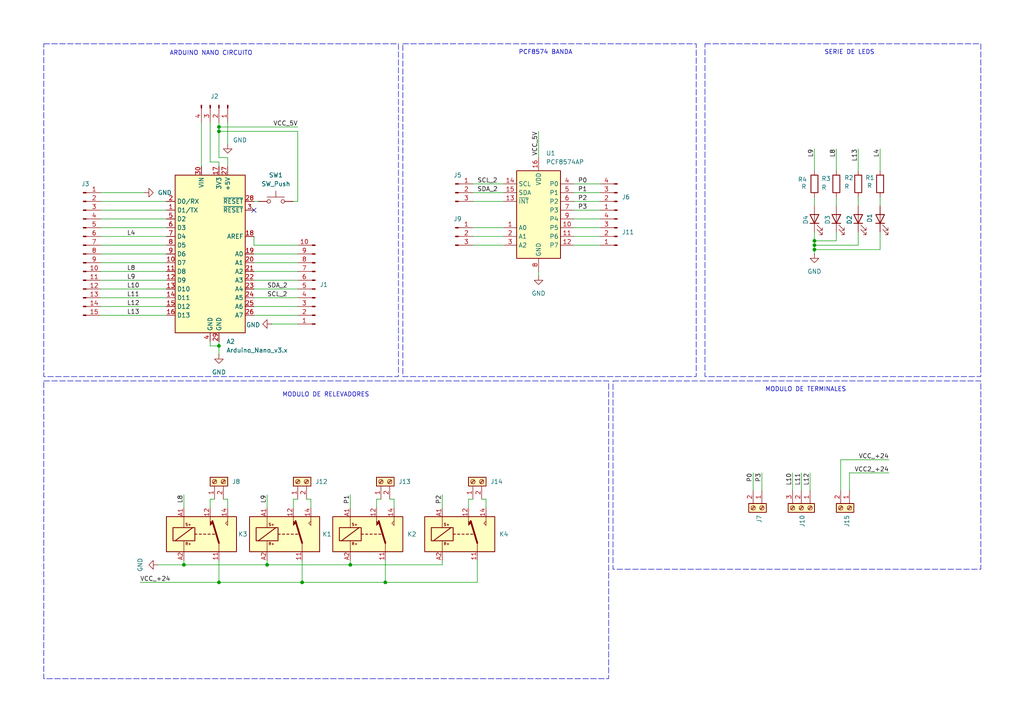
<source format=kicad_sch>
(kicad_sch (version 20250114) (generator "eeschema") (generator_version "9.0")
  (paper "A4")
  (title_block (title "Diagrama PCB - Proyecto") (date "2025-03-08") (rev "Luis Antonio ") (company "Instituto Tecnologico Superior del Estado de Hidalgo"))
  (lib_symbols
    (symbol "Connector:Conn_01x03_Pin" (pin_names (offset 1.016) (hide yes))
      (property "Reference" "J" (at 0 5.08 0))
      (property "Value" "Conn_01x03_Pin" (at 0 -5.08 0))
      (symbol "Conn_01x03_Pin_1_1"
        (rectangle (start 0.8636 2.667) (end 0 2.413) (stroke (width 0.1524)) (fill (type outline)))
        (rectangle (start 0.8636 0.127) (end 0 -0.127) (stroke (width 0.1524)) (fill (type outline)))
        (rectangle (start 0.8636 -2.413) (end 0 -2.667) (stroke (width 0.1524)) (fill (type outline)))
        (polyline (pts (xy 1.27 2.54) (xy 0.8636 2.54)) (stroke (width 0.1524)))
        (polyline (pts (xy 1.27 0) (xy 0.8636 0)) (stroke (width 0.1524)))
        (polyline (pts (xy 1.27 -2.54) (xy 0.8636 -2.54)) (stroke (width 0.1524)))
        (pin passive line (at 5.08 2.54 180) (length 3.81) (name "Pin_1") (number "1"))
        (pin passive line (at 5.08 0 180) (length 3.81) (name "Pin_2") (number "2"))
        (pin passive line (at 5.08 -2.54 180) (length 3.81) (name "Pin_3") (number "3"))
      )
    )
    (symbol "Connector:Conn_01x04_Pin" (pin_names (offset 1.016) (hide yes))
      (property "Reference" "J" (at 0 5.08 0))
      (property "Value" "Conn_01x04_Pin" (at 0 -7.62 0))
      (symbol "Conn_01x04_Pin_1_1"
        (rectangle (start 0.8636 2.667) (end 0 2.413) (stroke (width 0.1524)) (fill (type outline)))
        (rectangle (start 0.8636 0.127) (end 0 -0.127) (stroke (width 0.1524)) (fill (type outline)))
        (rectangle (start 0.8636 -2.413) (end 0 -2.667) (stroke (width 0.1524)) (fill (type outline)))
        (rectangle (start 0.8636 -4.953) (end 0 -5.207) (stroke (width 0.1524)) (fill (type outline)))
        (polyline (pts (xy 1.27 2.54) (xy 0.8636 2.54)) (stroke (width 0.1524)))
        (polyline (pts (xy 1.27 0) (xy 0.8636 0)) (stroke (width 0.1524)))
        (polyline (pts (xy 1.27 -2.54) (xy 0.8636 -2.54)) (stroke (width 0.1524)))
        (polyline (pts (xy 1.27 -5.08) (xy 0.8636 -5.08)) (stroke (width 0.1524)))
        (pin passive line (at 5.08 2.54 180) (length 3.81) (name "Pin_1") (number "1"))
        (pin passive line (at 5.08 0 180) (length 3.81) (name "Pin_2") (number "2"))
        (pin passive line (at 5.08 -2.54 180) (length 3.81) (name "Pin_3") (number "3"))
        (pin passive line (at 5.08 -5.08 180) (length 3.81) (name "Pin_4") (number "4"))
      )
    )
    (symbol "Connector:Conn_01x10_Pin" (pin_names (offset 1.016) (hide yes))
      (property "Reference" "J" (at 0 12.7 0))
      (property "Value" "Conn_01x10_Pin" (at 0 -15.24 0))
      (symbol "Conn_01x10_Pin_1_1"
        (rectangle (start 0.8636 10.287) (end 0 10.033) (stroke (width 0.1524)) (fill (type outline)))
        (rectangle (start 0.8636 7.747) (end 0 7.493) (stroke (width 0.1524)) (fill (type outline)))
        (rectangle (start 0.8636 5.207) (end 0 4.953) (stroke (width 0.1524)) (fill (type outline)))
        (rectangle (start 0.8636 2.667) (end 0 2.413) (stroke (width 0.1524)) (fill (type outline)))
        (rectangle (start 0.8636 0.127) (end 0 -0.127) (stroke (width 0.1524)) (fill (type outline)))
        (rectangle (start 0.8636 -2.413) (end 0 -2.667) (stroke (width 0.1524)) (fill (type outline)))
        (rectangle (start 0.8636 -4.953) (end 0 -5.207) (stroke (width 0.1524)) (fill (type outline)))
        (rectangle (start 0.8636 -7.493) (end 0 -7.747) (stroke (width 0.1524)) (fill (type outline)))
        (rectangle (start 0.8636 -10.033) (end 0 -10.287) (stroke (width 0.1524)) (fill (type outline)))
        (rectangle (start 0.8636 -12.573) (end 0 -12.827) (stroke (width 0.1524)) (fill (type outline)))
        (polyline (pts (xy 1.27 10.16) (xy 0.8636 10.16)) (stroke (width 0.1524)))
        (polyline (pts (xy 1.27 7.62) (xy 0.8636 7.62)) (stroke (width 0.1524)))
        (polyline (pts (xy 1.27 5.08) (xy 0.8636 5.08)) (stroke (width 0.1524)))
        (polyline (pts (xy 1.27 2.54) (xy 0.8636 2.54)) (stroke (width 0.1524)))
        (polyline (pts (xy 1.27 0) (xy 0.8636 0)) (stroke (width 0.1524)))
        (polyline (pts (xy 1.27 -2.54) (xy 0.8636 -2.54)) (stroke (width 0.1524)))
        (polyline (pts (xy 1.27 -5.08) (xy 0.8636 -5.08)) (stroke (width 0.1524)))
        (polyline (pts (xy 1.27 -7.62) (xy 0.8636 -7.62)) (stroke (width 0.1524)))
        (polyline (pts (xy 1.27 -10.16) (xy 0.8636 -10.16)) (stroke (width 0.1524)))
        (polyline (pts (xy 1.27 -12.7) (xy 0.8636 -12.7)) (stroke (width 0.1524)))
        (pin passive line (at 5.08 10.16 180) (length 3.81) (name "Pin_1") (number "1"))
        (pin passive line (at 5.08 7.62 180) (length 3.81) (name "Pin_2") (number "2"))
        (pin passive line (at 5.08 5.08 180) (length 3.81) (name "Pin_3") (number "3"))
        (pin passive line (at 5.08 2.54 180) (length 3.81) (name "Pin_4") (number "4"))
        (pin passive line (at 5.08 0 180) (length 3.81) (name "Pin_5") (number "5"))
        (pin passive line (at 5.08 -2.54 180) (length 3.81) (name "Pin_6") (number "6"))
        (pin passive line (at 5.08 -5.08 180) (length 3.81) (name "Pin_7") (number "7"))
        (pin passive line (at 5.08 -7.62 180) (length 3.81) (name "Pin_8") (number "8"))
        (pin passive line (at 5.08 -10.16 180) (length 3.81) (name "Pin_9") (number "9"))
        (pin passive line (at 5.08 -12.7 180) (length 3.81) (name "Pin_10") (number "10"))
      )
    )
    (symbol "Connector:Conn_01x15_Pin" (pin_names (offset 1.016) (hide yes))
      (property "Reference" "J" (at 0 20.32 0))
      (property "Value" "Conn_01x15_Pin" (at 0 -20.32 0))
      (symbol "Conn_01x15_Pin_1_1"
        (rectangle (start 0.8636 17.907) (end 0 17.653) (stroke (width 0.1524)) (fill (type outline)))
        (rectangle (start 0.8636 15.367) (end 0 15.113) (stroke (width 0.1524)) (fill (type outline)))
        (rectangle (start 0.8636 12.827) (end 0 12.573) (stroke (width 0.1524)) (fill (type outline)))
        (rectangle (start 0.8636 10.287) (end 0 10.033) (stroke (width 0.1524)) (fill (type outline)))
        (rectangle (start 0.8636 7.747) (end 0 7.493) (stroke (width 0.1524)) (fill (type outline)))
        (rectangle (start 0.8636 5.207) (end 0 4.953) (stroke (width 0.1524)) (fill (type outline)))
        (rectangle (start 0.8636 2.667) (end 0 2.413) (stroke (width 0.1524)) (fill (type outline)))
        (rectangle (start 0.8636 0.127) (end 0 -0.127) (stroke (width 0.1524)) (fill (type outline)))
        (rectangle (start 0.8636 -2.413) (end 0 -2.667) (stroke (width 0.1524)) (fill (type outline)))
        (rectangle (start 0.8636 -4.953) (end 0 -5.207) (stroke (width 0.1524)) (fill (type outline)))
        (rectangle (start 0.8636 -7.493) (end 0 -7.747) (stroke (width 0.1524)) (fill (type outline)))
        (rectangle (start 0.8636 -10.033) (end 0 -10.287) (stroke (width 0.1524)) (fill (type outline)))
        (rectangle (start 0.8636 -12.573) (end 0 -12.827) (stroke (width 0.1524)) (fill (type outline)))
        (rectangle (start 0.8636 -15.113) (end 0 -15.367) (stroke (width 0.1524)) (fill (type outline)))
        (rectangle (start 0.8636 -17.653) (end 0 -17.907) (stroke (width 0.1524)) (fill (type outline)))
        (polyline (pts (xy 1.27 17.78) (xy 0.8636 17.78)) (stroke (width 0.1524)))
        (polyline (pts (xy 1.27 15.24) (xy 0.8636 15.24)) (stroke (width 0.1524)))
        (polyline (pts (xy 1.27 12.7) (xy 0.8636 12.7)) (stroke (width 0.1524)))
        (polyline (pts (xy 1.27 10.16) (xy 0.8636 10.16)) (stroke (width 0.1524)))
        (polyline (pts (xy 1.27 7.62) (xy 0.8636 7.62)) (stroke (width 0.1524)))
        (polyline (pts (xy 1.27 5.08) (xy 0.8636 5.08)) (stroke (width 0.1524)))
        (polyline (pts (xy 1.27 2.54) (xy 0.8636 2.54)) (stroke (width 0.1524)))
        (polyline (pts (xy 1.27 0) (xy 0.8636 0)) (stroke (width 0.1524)))
        (polyline (pts (xy 1.27 -2.54) (xy 0.8636 -2.54)) (stroke (width 0.1524)))
        (polyline (pts (xy 1.27 -5.08) (xy 0.8636 -5.08)) (stroke (width 0.1524)))
        (polyline (pts (xy 1.27 -7.62) (xy 0.8636 -7.62)) (stroke (width 0.1524)))
        (polyline (pts (xy 1.27 -10.16) (xy 0.8636 -10.16)) (stroke (width 0.1524)))
        (polyline (pts (xy 1.27 -12.7) (xy 0.8636 -12.7)) (stroke (width 0.1524)))
        (polyline (pts (xy 1.27 -15.24) (xy 0.8636 -15.24)) (stroke (width 0.1524)))
        (polyline (pts (xy 1.27 -17.78) (xy 0.8636 -17.78)) (stroke (width 0.1524)))
        (pin passive line (at 5.08 17.78 180) (length 3.81) (name "Pin_1") (number "1"))
        (pin passive line (at 5.08 15.24 180) (length 3.81) (name "Pin_2") (number "2"))
        (pin passive line (at 5.08 12.7 180) (length 3.81) (name "Pin_3") (number "3"))
        (pin passive line (at 5.08 10.16 180) (length 3.81) (name "Pin_4") (number "4"))
        (pin passive line (at 5.08 7.62 180) (length 3.81) (name "Pin_5") (number "5"))
        (pin passive line (at 5.08 5.08 180) (length 3.81) (name "Pin_6") (number "6"))
        (pin passive line (at 5.08 2.54 180) (length 3.81) (name "Pin_7") (number "7"))
        (pin passive line (at 5.08 0 180) (length 3.81) (name "Pin_8") (number "8"))
        (pin passive line (at 5.08 -2.54 180) (length 3.81) (name "Pin_9") (number "9"))
        (pin passive line (at 5.08 -5.08 180) (length 3.81) (name "Pin_10") (number "10"))
        (pin passive line (at 5.08 -7.62 180) (length 3.81) (name "Pin_11") (number "11"))
        (pin passive line (at 5.08 -10.16 180) (length 3.81) (name "Pin_12") (number "12"))
        (pin passive line (at 5.08 -12.7 180) (length 3.81) (name "Pin_13") (number "13"))
        (pin passive line (at 5.08 -15.24 180) (length 3.81) (name "Pin_14") (number "14"))
        (pin passive line (at 5.08 -17.78 180) (length 3.81) (name "Pin_15") (number "15"))
      )
    )
    (symbol "Connector:Screw_Terminal_01x02" (pin_names (offset 1.016) (hide yes))
      (property "Reference" "J" (at 0 2.54 0))
      (property "Value" "Screw_Terminal_01x02" (at 0 -5.08 0))
      (symbol "Screw_Terminal_01x02_1_1"
        (rectangle (start -1.27 1.27) (end 1.27 -3.81) (stroke (width 0.254)) (fill (type background)))
        (polyline (pts (xy -0.5334 0.3302) (xy 0.3302 -0.508)) (stroke (width 0.1524)))
        (polyline (pts (xy -0.5334 -2.2098) (xy 0.3302 -3.048)) (stroke (width 0.1524)))
        (polyline (pts (xy -0.3556 0.508) (xy 0.508 -0.3302)) (stroke (width 0.1524)))
        (polyline (pts (xy -0.3556 -2.032) (xy 0.508 -2.8702)) (stroke (width 0.1524)))
        (circle (center 0 0) (radius 0.635) (stroke (width 0.1524)))
        (circle (center 0 -2.54) (radius 0.635) (stroke (width 0.1524)))
        (pin passive line (at -5.08 0 0) (length 3.81) (name "Pin_1") (number "1"))
        (pin passive line (at -5.08 -2.54 0) (length 3.81) (name "Pin_2") (number "2"))
      )
    )
    (symbol "Connector:Screw_Terminal_01x03" (pin_names (offset 1.016) (hide yes))
      (property "Reference" "J" (at 0 5.08 0))
      (property "Value" "Screw_Terminal_01x03" (at 0 -5.08 0))
      (symbol "Screw_Terminal_01x03_1_1"
        (rectangle (start -1.27 3.81) (end 1.27 -3.81) (stroke (width 0.254)) (fill (type background)))
        (polyline (pts (xy -0.5334 2.8702) (xy 0.3302 2.032)) (stroke (width 0.1524)))
        (polyline (pts (xy -0.5334 0.3302) (xy 0.3302 -0.508)) (stroke (width 0.1524)))
        (polyline (pts (xy -0.5334 -2.2098) (xy 0.3302 -3.048)) (stroke (width 0.1524)))
        (polyline (pts (xy -0.3556 3.048) (xy 0.508 2.2098)) (stroke (width 0.1524)))
        (polyline (pts (xy -0.3556 0.508) (xy 0.508 -0.3302)) (stroke (width 0.1524)))
        (polyline (pts (xy -0.3556 -2.032) (xy 0.508 -2.8702)) (stroke (width 0.1524)))
        (circle (center 0 2.54) (radius 0.635) (stroke (width 0.1524)))
        (circle (center 0 0) (radius 0.635) (stroke (width 0.1524)))
        (circle (center 0 -2.54) (radius 0.635) (stroke (width 0.1524)))
        (pin passive line (at -5.08 2.54 0) (length 3.81) (name "Pin_1") (number "1"))
        (pin passive line (at -5.08 0 0) (length 3.81) (name "Pin_2") (number "2"))
        (pin passive line (at -5.08 -2.54 0) (length 3.81) (name "Pin_3") (number "3"))
      )
    )
    (symbol "Device:LED" (pin_numbers (hide yes)) (pin_names (offset 1.016) (hide yes))
      (property "Reference" "D" (at 0 2.54 0))
      (property "Value" "LED" (at 0 -2.54 0))
      (symbol "LED_0_1"
        (polyline (pts (xy -3.048 -0.762) (xy -4.572 -2.286) (xy -3.81 -2.286) (xy -4.572 -2.286) (xy -4.572 -1.524)))
        (polyline (pts (xy -1.778 -0.762) (xy -3.302 -2.286) (xy -2.54 -2.286) (xy -3.302 -2.286) (xy -3.302 -1.524)))
        (polyline (pts (xy -1.27 0) (xy 1.27 0)))
        (polyline (pts (xy -1.27 -1.27) (xy -1.27 1.27)) (stroke (width 0.254)))
        (polyline (pts (xy 1.27 -1.27) (xy 1.27 1.27) (xy -1.27 0) (xy 1.27 -1.27)) (stroke (width 0.254)))
      )
      (symbol "LED_1_1"
        (pin passive line (at -3.81 0 0) (length 2.54) (name "K") (number "1"))
        (pin passive line (at 3.81 0 180) (length 2.54) (name "A") (number "2"))
      )
    )
    (symbol "Device:R" (pin_numbers (hide yes)) (pin_names (offset 0))
      (property "Reference" "R" (at 2.032 0 90))
      (property "Value" "R" (at 0 0 90))
      (symbol "R_0_1"
        (rectangle (start -1.016 -2.54) (end 1.016 2.54) (stroke (width 0.254)))
      )
      (symbol "R_1_1"
        (pin passive line (at 0 3.81 270) (length 1.27) (name "~") (number "1"))
        (pin passive line (at 0 -3.81 90) (length 1.27) (name "~") (number "2"))
      )
    )
    (symbol "Interface_Expansion:PCF8574AP"
      (property "Reference" "U" (at -6.35 12.954 0))
      (property "Value" "PCF8574AP" (at 3.048 12.954 0))
      (symbol "PCF8574AP_0_1"
        (rectangle (start -6.35 -13.97) (end 6.35 11.43) (stroke (width 0.254)) (fill (type background)))
      )
      (symbol "PCF8574AP_1_1"
        (pin input line (at -10.16 7.62 0) (length 3.81) (name "SCL") (number "14"))
        (pin bidirectional line (at -10.16 5.08 0) (length 3.81) (name "SDA") (number "15"))
        (pin open_collector line (at -10.16 2.54 0) (length 3.81) (name "~{INT}") (number "13"))
        (pin input line (at -10.16 -5.08 0) (length 3.81) (name "A0") (number "1"))
        (pin input line (at -10.16 -7.62 0) (length 3.81) (name "A1") (number "2"))
        (pin input line (at -10.16 -10.16 0) (length 3.81) (name "A2") (number "3"))
        (pin power_in line (at 0 15.24 270) (length 3.81) (name "VDD") (number "16"))
        (pin power_in line (at 0 -17.78 90) (length 3.81) (name "GND") (number "8"))
        (pin bidirectional line (at 10.16 7.62 180) (length 3.81) (name "P0") (number "4"))
        (pin bidirectional line (at 10.16 5.08 180) (length 3.81) (name "P1") (number "5"))
        (pin bidirectional line (at 10.16 2.54 180) (length 3.81) (name "P2") (number "6"))
        (pin bidirectional line (at 10.16 0 180) (length 3.81) (name "P3") (number "7"))
        (pin bidirectional line (at 10.16 -2.54 180) (length 3.81) (name "P4") (number "9"))
        (pin bidirectional line (at 10.16 -5.08 180) (length 3.81) (name "P5") (number "10"))
        (pin bidirectional line (at 10.16 -7.62 180) (length 3.81) (name "P6") (number "11"))
        (pin bidirectional line (at 10.16 -10.16 180) (length 3.81) (name "P7") (number "12"))
      )
    )
    (symbol "MCU_Module:Arduino_Nano_v3.x"
      (property "Reference" "A" (at -10.16 23.495 0))
      (property "Value" "Arduino_Nano_v3.x" (at 5.08 -24.13 0))
      (symbol "Arduino_Nano_v3.x_0_1"
        (rectangle (start -10.16 22.86) (end 10.16 -22.86) (stroke (width 0.254)) (fill (type background)))
      )
      (symbol "Arduino_Nano_v3.x_1_1"
        (pin bidirectional line (at -12.7 15.24 0) (length 2.54) (name "D0/RX") (number "2"))
        (pin bidirectional line (at -12.7 12.7 0) (length 2.54) (name "D1/TX") (number "1"))
        (pin bidirectional line (at -12.7 10.16 0) (length 2.54) (name "D2") (number "5"))
        (pin bidirectional line (at -12.7 7.62 0) (length 2.54) (name "D3") (number "6"))
        (pin bidirectional line (at -12.7 5.08 0) (length 2.54) (name "D4") (number "7"))
        (pin bidirectional line (at -12.7 2.54 0) (length 2.54) (name "D5") (number "8"))
        (pin bidirectional line (at -12.7 0 0) (length 2.54) (name "D6") (number "9"))
        (pin bidirectional line (at -12.7 -2.54 0) (length 2.54) (name "D7") (number "10"))
        (pin bidirectional line (at -12.7 -5.08 0) (length 2.54) (name "D8") (number "11"))
        (pin bidirectional line (at -12.7 -7.62 0) (length 2.54) (name "D9") (number "12"))
        (pin bidirectional line (at -12.7 -10.16 0) (length 2.54) (name "D10") (number "13"))
        (pin bidirectional line (at -12.7 -12.7 0) (length 2.54) (name "D11") (number "14"))
        (pin bidirectional line (at -12.7 -15.24 0) (length 2.54) (name "D12") (number "15"))
        (pin bidirectional line (at -12.7 -17.78 0) (length 2.54) (name "D13") (number "16"))
        (pin power_in line (at -2.54 25.4 270) (length 2.54) (name "VIN") (number "30"))
        (pin power_in line (at 0 -25.4 90) (length 2.54) (name "GND") (number "4"))
        (pin power_out line (at 2.54 25.4 270) (length 2.54) (name "3V3") (number "17"))
        (pin power_in line (at 2.54 -25.4 90) (length 2.54) (name "GND") (number "29"))
        (pin power_out line (at 5.08 25.4 270) (length 2.54) (name "+5V") (number "27"))
        (pin input line (at 12.7 15.24 180) (length 2.54) (name "~{RESET}") (number "28"))
        (pin input line (at 12.7 12.7 180) (length 2.54) (name "~{RESET}") (number "3"))
        (pin input line (at 12.7 5.08 180) (length 2.54) (name "AREF") (number "18"))
        (pin bidirectional line (at 12.7 0 180) (length 2.54) (name "A0") (number "19"))
        (pin bidirectional line (at 12.7 -2.54 180) (length 2.54) (name "A1") (number "20"))
        (pin bidirectional line (at 12.7 -5.08 180) (length 2.54) (name "A2") (number "21"))
        (pin bidirectional line (at 12.7 -7.62 180) (length 2.54) (name "A3") (number "22"))
        (pin bidirectional line (at 12.7 -10.16 180) (length 2.54) (name "A4") (number "23"))
        (pin bidirectional line (at 12.7 -12.7 180) (length 2.54) (name "A5") (number "24"))
        (pin bidirectional line (at 12.7 -15.24 180) (length 2.54) (name "A6") (number "25"))
        (pin bidirectional line (at 12.7 -17.78 180) (length 2.54) (name "A7") (number "26"))
      )
    )
    (symbol "Relay:Relay_SPDT_Latching_1coil"
      (property "Reference" "K" (at 11.43 3.81 0))
      (property "Value" "Relay_SPDT_Latching_1coil" (at 11.43 1.27 0))
      (symbol "Relay_SPDT_Latching_1coil_0_0"
        (polyline (pts (xy 7.62 5.08) (xy 7.62 2.54) (xy 6.985 3.175) (xy 7.62 3.81)))
      )
      (symbol "Relay_SPDT_Latching_1coil_0_1"
        (rectangle (start -8.255 1.905) (end -1.905 -1.905) (stroke (width 0.254)))
        (polyline (pts (xy -7.62 -1.905) (xy -2.54 1.905)) (stroke (width 0.254)))
        (polyline (pts (xy -5.08 5.08) (xy -5.08 1.905)))
        (polyline (pts (xy -5.08 -5.08) (xy -5.08 -1.905)))
        (polyline (pts (xy -1.905 0) (xy -1.27 0)) (stroke (width 0.254)))
        (polyline (pts (xy -0.635 0) (xy 0 0)) (stroke (width 0.254)))
        (polyline (pts (xy 0.635 0) (xy 1.27 0)) (stroke (width 0.254)))
        (polyline (pts (xy 1.905 0) (xy 2.54 0)) (stroke (width 0.254)))
        (polyline (pts (xy 2.54 5.08) (xy 2.54 2.54) (xy 3.175 3.175) (xy 2.54 3.81)) (fill (type outline)))
        (polyline (pts (xy 3.175 0) (xy 3.81 0)) (stroke (width 0.254)))
        (polyline (pts (xy 5.08 -2.54) (xy 3.175 3.81)) (stroke (width 0.508)))
        (polyline (pts (xy 5.08 -2.54) (xy 5.08 -5.08)))
      )
      (symbol "Relay_SPDT_Latching_1coil_1_0"
        (text "S+" (at -3.81 2.794 0) (effects (font (size 0.762 0.762))))
        (text "R+" (at -3.81 -2.794 0) (effects (font (size 0.762 0.762))))
      )
      (symbol "Relay_SPDT_Latching_1coil_1_1"
        (rectangle (start -10.16 5.08) (end 10.16 -5.08) (stroke (width 0.254)) (fill (type background)))
        (pin passive line (at -5.08 7.62 270) (length 2.54) (name "~") (number "A1"))
        (pin passive line (at -5.08 -7.62 90) (length 2.54) (name "~") (number "A2"))
        (pin passive line (at 2.54 7.62 270) (length 2.54) (name "~") (number "12"))
        (pin passive line (at 5.08 -7.62 90) (length 2.54) (name "~") (number "11"))
        (pin passive line (at 7.62 7.62 270) (length 2.54) (name "~") (number "14"))
      )
    )
    (symbol "Switch:SW_Push" (pin_numbers (hide yes)) (pin_names (offset 1.016) (hide yes))
      (property "Reference" "SW" (at 1.27 2.54 0))
      (property "Value" "SW_Push" (at 0 -1.524 0))
      (symbol "SW_Push_0_1"
        (circle (center -2.032 0) (radius 0.508))
        (polyline (pts (xy 0 1.27) (xy 0 3.048)))
        (circle (center 2.032 0) (radius 0.508))
        (polyline (pts (xy 2.54 1.27) (xy -2.54 1.27)))
        (pin passive line (at -5.08 0 0) (length 2.54) (name "1") (number "1"))
        (pin passive line (at 5.08 0 180) (length 2.54) (name "2") (number "2"))
      )
    )
    (symbol "power:GND" (power) (pin_numbers (hide yes)) (pin_names (offset 0) (hide yes))
      (property "Value" "GND" (at 0 -3.81 0))
      (symbol "GND_0_1"
        (polyline (pts (xy 0 0) (xy 0 -1.27) (xy 1.27 -1.27) (xy 0 -2.54) (xy -1.27 -1.27) (xy 0 -1.27)))
      )
      (symbol "GND_1_1"
        (pin power_in line (at 0 0 270) (length 0) (name "~") (number "1"))
      )
    )
  )
  (rectangle (start 12.7 12.7) (end 115.57 109.22) (stroke (width 0) (type dash)))
  (rectangle (start 177.8 110.49) (end 284.48 165.1) (stroke (width 0) (type dash)))
  (rectangle (start 116.84 12.7) (end 201.93 109.22) (stroke (width 0) (type dash)))
  (rectangle (start 12.7 110.49) (end 176.53 196.85) (stroke (width 0) (type dash)))
  (rectangle (start 204.47 12.7) (end 284.48 109.22) (stroke (width 0) (type dash)))
  (text "MODULO DE TERMINALES\n" (at 233.68 113.03 0) (effects (font (size 1.27 1.27))))
  (text "SERIE DE LEDS\n" (at 246.38 15.24 0) (effects (font (size 1.27 1.27))))
  (text "ARDUINO NANO CIRCUITO\n" (at 61.214 15.494 0) (effects (font (size 1.27 1.27))))
  (text "PCF8574 BANDA" (at 158.242 15.24 0) (effects (font (size 1.27 1.27))))
  (text "MODULO DE RELEVADORES\n" (at 94.488 114.554 0) (effects (font (size 1.27 1.27))))
  (junction (at 63.5 100.33))
  (junction (at 87.63 168.91))
  (junction (at 63.5 168.91))
  (junction (at 236.22 69.85))
  (junction (at 63.5 36.83))
  (junction (at 236.22 72.39))
  (junction (at 53.34 163.83))
  (junction (at 63.5 38.1))
  (junction (at 111.76 168.91))
  (junction (at 236.22 71.12))
  (junction (at 77.47 163.83))
  (junction (at 101.6 163.83))
  (no_connect (at 73.66 60.96))
  (wire (pts (xy 29.21 86.36) (xy 48.26 86.36)))
  (wire (pts (xy 109.22 147.32) (xy 109.22 144.78)))
  (wire (pts (xy 156.21 78.74) (xy 156.21 80.01)))
  (wire (pts (xy 242.57 67.31) (xy 242.57 69.85)))
  (wire (pts (xy 166.37 60.96) (xy 173.99 60.96)))
  (wire (pts (xy 135.89 144.78) (xy 137.16 144.78)))
  (wire (pts (xy 135.89 147.32) (xy 135.89 144.78)))
  (wire (pts (xy 40.64 168.91) (xy 63.5 168.91)))
  (wire (pts (xy 232.41 137.16) (xy 232.41 142.24)))
  (wire (pts (xy 255.27 72.39) (xy 236.22 72.39)))
  (wire (pts (xy 63.5 35.56) (xy 63.5 36.83)))
  (wire (pts (xy 86.36 81.28) (xy 73.66 81.28)))
  (wire (pts (xy 109.22 144.78) (xy 110.49 144.78)))
  (wire (pts (xy 63.5 100.33) (xy 63.5 102.87)))
  (wire (pts (xy 236.22 57.15) (xy 236.22 59.69)))
  (wire (pts (xy 173.99 55.88) (xy 166.37 55.88)))
  (wire (pts (xy 246.38 142.24) (xy 246.38 137.16)))
  (wire (pts (xy 138.43 162.56) (xy 138.43 168.91)))
  (wire (pts (xy 29.21 83.82) (xy 48.26 83.82)))
  (wire (pts (xy 220.98 137.16) (xy 220.98 142.24)))
  (wire (pts (xy 234.95 137.16) (xy 234.95 142.24)))
  (wire (pts (xy 90.17 144.78) (xy 88.9 144.78)))
  (wire (pts (xy 173.99 66.04) (xy 166.37 66.04)))
  (wire (pts (xy 137.16 71.12) (xy 146.05 71.12)))
  (wire (pts (xy 255.27 59.69) (xy 255.27 57.15)))
  (wire (pts (xy 128.27 162.56) (xy 128.27 163.83)))
  (wire (pts (xy 86.36 38.1) (xy 63.5 38.1)))
  (wire (pts (xy 73.66 86.36) (xy 86.36 86.36)))
  (wire (pts (xy 29.21 76.2) (xy 48.26 76.2)))
  (wire (pts (xy 63.5 168.91) (xy 63.5 162.56)))
  (wire (pts (xy 246.38 137.16) (xy 257.81 137.16)))
  (wire (pts (xy 255.27 67.31) (xy 255.27 72.39)))
  (wire (pts (xy 63.5 168.91) (xy 87.63 168.91)))
  (wire (pts (xy 29.21 88.9) (xy 48.26 88.9)))
  (wire (pts (xy 86.36 76.2) (xy 73.66 76.2)))
  (wire (pts (xy 236.22 67.31) (xy 236.22 69.85)))
  (wire (pts (xy 137.16 53.34) (xy 146.05 53.34)))
  (wire (pts (xy 78.74 93.98) (xy 86.36 93.98)))
  (wire (pts (xy 77.47 162.56) (xy 77.47 163.83)))
  (wire (pts (xy 248.92 57.15) (xy 248.92 59.69)))
  (wire (pts (xy 60.96 99.06) (xy 60.96 100.33)))
  (wire (pts (xy 242.57 57.15) (xy 242.57 59.69)))
  (wire (pts (xy 60.96 147.32) (xy 60.96 144.78)))
  (wire (pts (xy 243.84 133.35) (xy 257.81 133.35)))
  (wire (pts (xy 66.04 144.78) (xy 64.77 144.78)))
  (wire (pts (xy 29.21 55.88) (xy 41.91 55.88)))
  (wire (pts (xy 77.47 147.32) (xy 77.47 143.51)))
  (wire (pts (xy 29.21 66.04) (xy 48.26 66.04)))
  (wire (pts (xy 29.21 60.96) (xy 48.26 60.96)))
  (wire (pts (xy 87.63 168.91) (xy 111.76 168.91)))
  (wire (pts (xy 63.5 99.06) (xy 63.5 100.33)))
  (wire (pts (xy 60.96 100.33) (xy 63.5 100.33)))
  (wire (pts (xy 173.99 58.42) (xy 166.37 58.42)))
  (wire (pts (xy 137.16 58.42) (xy 146.05 58.42)))
  (wire (pts (xy 138.43 168.91) (xy 111.76 168.91)))
  (wire (pts (xy 86.36 78.74) (xy 73.66 78.74)))
  (wire (pts (xy 63.5 36.83) (xy 86.36 36.83)))
  (wire (pts (xy 114.3 144.78) (xy 113.03 144.78)))
  (wire (pts (xy 173.99 68.58) (xy 166.37 68.58)))
  (wire (pts (xy 58.42 35.56) (xy 58.42 48.26)))
  (wire (pts (xy 66.04 45.72) (xy 63.5 45.72)))
  (wire (pts (xy 63.5 48.26) (xy 63.5 46.99)))
  (wire (pts (xy 248.92 71.12) (xy 236.22 71.12)))
  (wire (pts (xy 86.36 73.66) (xy 73.66 73.66)))
  (wire (pts (xy 29.21 68.58) (xy 48.26 68.58)))
  (wire (pts (xy 63.5 36.83) (xy 63.5 38.1)))
  (wire (pts (xy 85.09 58.42) (xy 86.36 58.42)))
  (wire (pts (xy 101.6 163.83) (xy 77.47 163.83)))
  (wire (pts (xy 255.27 43.18) (xy 255.27 49.53)))
  (wire (pts (xy 173.99 63.5) (xy 166.37 63.5)))
  (wire (pts (xy 114.3 147.32) (xy 114.3 144.78)))
  (wire (pts (xy 66.04 35.56) (xy 66.04 41.91)))
  (wire (pts (xy 29.21 71.12) (xy 48.26 71.12)))
  (wire (pts (xy 173.99 71.12) (xy 166.37 71.12)))
  (wire (pts (xy 140.97 147.32) (xy 140.97 144.78)))
  (wire (pts (xy 53.34 163.83) (xy 53.34 162.56)))
  (wire (pts (xy 60.96 144.78) (xy 62.23 144.78)))
  (wire (pts (xy 60.96 35.56) (xy 60.96 46.99)))
  (wire (pts (xy 85.09 144.78) (xy 86.36 144.78)))
  (wire (pts (xy 242.57 43.18) (xy 242.57 49.53)))
  (wire (pts (xy 236.22 43.18) (xy 236.22 49.53)))
  (wire (pts (xy 248.92 43.18) (xy 248.92 49.53)))
  (wire (pts (xy 66.04 48.26) (xy 66.04 45.72)))
  (wire (pts (xy 90.17 147.32) (xy 90.17 144.78)))
  (wire (pts (xy 128.27 143.51) (xy 128.27 147.32)))
  (wire (pts (xy 86.36 58.42) (xy 86.36 38.1)))
  (wire (pts (xy 87.63 168.91) (xy 87.63 162.56)))
  (wire (pts (xy 53.34 147.32) (xy 53.34 143.51)))
  (wire (pts (xy 140.97 144.78) (xy 139.7 144.78)))
  (wire (pts (xy 236.22 69.85) (xy 236.22 71.12)))
  (wire (pts (xy 29.21 63.5) (xy 48.26 63.5)))
  (wire (pts (xy 236.22 71.12) (xy 236.22 72.39)))
  (wire (pts (xy 29.21 91.44) (xy 48.26 91.44)))
  (wire (pts (xy 29.21 78.74) (xy 48.26 78.74)))
  (wire (pts (xy 77.47 163.83) (xy 53.34 163.83)))
  (wire (pts (xy 101.6 147.32) (xy 101.6 143.51)))
  (wire (pts (xy 218.44 137.16) (xy 218.44 142.24)))
  (wire (pts (xy 166.37 53.34) (xy 173.99 53.34)))
  (wire (pts (xy 73.66 71.12) (xy 86.36 71.12)))
  (wire (pts (xy 229.87 137.16) (xy 229.87 142.24)))
  (wire (pts (xy 101.6 162.56) (xy 101.6 163.83)))
  (wire (pts (xy 128.27 163.83) (xy 101.6 163.83)))
  (wire (pts (xy 248.92 67.31) (xy 248.92 71.12)))
  (wire (pts (xy 29.21 73.66) (xy 48.26 73.66)))
  (wire (pts (xy 111.76 168.91) (xy 111.76 162.56)))
  (wire (pts (xy 73.66 91.44) (xy 86.36 91.44)))
  (wire (pts (xy 73.66 68.58) (xy 73.66 71.12)))
  (wire (pts (xy 73.66 88.9) (xy 86.36 88.9)))
  (wire (pts (xy 63.5 46.99) (xy 60.96 46.99)))
  (wire (pts (xy 45.72 163.83) (xy 53.34 163.83)))
  (wire (pts (xy 137.16 66.04) (xy 146.05 66.04)))
  (wire (pts (xy 73.66 83.82) (xy 86.36 83.82)))
  (wire (pts (xy 137.16 68.58) (xy 146.05 68.58)))
  (wire (pts (xy 85.09 147.32) (xy 85.09 144.78)))
  (wire (pts (xy 243.84 142.24) (xy 243.84 133.35)))
  (wire (pts (xy 29.21 81.28) (xy 48.26 81.28)))
  (wire (pts (xy 156.21 38.1) (xy 156.21 45.72)))
  (wire (pts (xy 63.5 38.1) (xy 63.5 45.72)))
  (wire (pts (xy 73.66 58.42) (xy 74.93 58.42)))
  (wire (pts (xy 242.57 69.85) (xy 236.22 69.85)))
  (wire (pts (xy 137.16 55.88) (xy 146.05 55.88)))
  (wire (pts (xy 29.21 58.42) (xy 48.26 58.42)))
  (wire (pts (xy 66.04 147.32) (xy 66.04 144.78)))
  (wire (pts (xy 236.22 72.39) (xy 236.22 73.66)))
  (label "VCC_+24" (at 257.81 133.35 180))
  (label "L13" (at 36.83 91.44 0))
  (label "P3" (at 167.64 60.96 0))
  (label "L10" (at 36.83 83.82 0))
  (label "P2" (at 167.64 58.42 0))
  (label "L12" (at 234.95 137.16 270))
  (label "L9" (at 77.47 143.51 270))
  (label "L10" (at 229.87 137.16 270))
  (label "VCC_5V" (at 156.21 38.1 270))
  (label "VCC_5V" (at 86.36 36.83 180))
  (label "SCL_2" (at 77.47 86.36 0))
  (label "SDA_2" (at 138.43 55.88 0))
  (label "L9" (at 36.83 81.28 0))
  (label "P1" (at 101.6 143.51 270))
  (label "SDA_2" (at 77.47 83.82 0))
  (label "L11" (at 232.41 137.16 270))
  (label "P3" (at 220.98 137.16 270))
  (label "P0" (at 167.64 53.34 0))
  (label "VCC_+24" (at 40.64 168.91 0))
  (label "P1" (at 167.64 55.88 0))
  (label "L11" (at 36.83 86.36 0))
  (label "L8" (at 36.83 78.74 0))
  (label "P0" (at 218.44 137.16 270))
  (label "L4" (at 36.83 68.58 0))
  (label "L12" (at 36.83 88.9 0))
  (label "L8" (at 53.34 143.51 270))
  (label "L8" (at 242.57 43.18 270))
  (label "VCC2_+24" (at 257.81 137.16 180))
  (label "L9" (at 236.22 43.18 270))
  (label "L4" (at 255.27 43.18 270))
  (label "P2" (at 128.27 143.51 270))
  (label "SCL_2" (at 138.43 53.34 0))
  (label "L13" (at 248.92 43.18 270))
  (symbol (lib_id "power:GND") (at 41.91 55.88 90) (unit 1)
    (property "Reference" "#PWR07" (effects (hide yes)))
    (property "Value" "GND" (at 45.72 55.8799 90) (effects (justify right)))
    (property "Description" "Power symbol creates a global label with name \"GND\" , ground" (effects (hide yes)))
  )
  (symbol (lib_id "Connector:Conn_01x04_Pin") (at 63.5 30.48 270) (unit 1)
    (property "Reference" "J2" (at 62.23 27.94 90))
    (property "Value" "Conn_01x04_Pin" (effects (hide yes)))
    (property "Footprint" "Connector_PinHeader_2.54mm:PinHeader_1x04_P2.54mm_Vertical" (effects (hide yes)))
    (property "Description" "Generic connector, single row, 01x04, script generated" (effects (hide yes)))
  )
  (symbol (lib_id "power:GND") (at 156.21 80.01 0) (unit 1)
    (property "Reference" "#PWR04" (effects (hide yes)))
    (property "Value" "GND" (at 156.21 85.09 0))
    (property "Description" "Power symbol creates a global label with name \"GND\" , ground" (effects (hide yes)))
  )
  (symbol (lib_id "Connector:Conn_01x03_Pin") (at 132.08 55.88 0) (unit 1)
    (property "Reference" "J5" (at 132.715 50.8 0))
    (property "Value" "Conn_01x03_Pin" (effects (hide yes)))
    (property "Footprint" "Connector_PinHeader_2.54mm:PinHeader_1x03_P2.54mm_Vertical" (effects (hide yes)))
    (property "Description" "Generic connector, single row, 01x03, script generated" (effects (hide yes)))
  )
  (symbol (lib_id "Device:R") (at 242.57 53.34 0) (unit 1)
    (property "Reference" "R3" (at 238.252 51.816 0) (effects (justify left)))
    (property "Value" "R" (at 238.252 54.356 0) (effects (justify left)))
    (property "Footprint" "Resistor_THT:R_Axial_DIN0309_L9.0mm_D3.2mm_P15.24mm_Horizontal" (effects (hide yes)))
    (property "Description" "Resistor" (effects (hide yes)))
  )
  (symbol (lib_id "Connector:Screw_Terminal_01x02") (at 110.49 139.7 90) (unit 1)
    (property "Reference" "J13" (at 115.57 139.6999 90) (effects (justify right)))
    (property "Value" "Screw_Terminal_01x02" (effects (hide yes)))
    (property "Footprint" "TerminalBlock:TerminalBlock_bornier-2_P5.08mm" (effects (hide yes)))
    (property "Description" "Generic screw terminal, single row, 01x02, script generated (kicad-library-utils/schlib/autogen/connector/)" (effects (hide yes)))
  )
  (symbol (lib_id "Connector:Screw_Terminal_01x02") (at 246.38 147.32 270) (unit 1)
    (property "Reference" "J15" (at 245.618 149.352 0) (effects (justify left)))
    (property "Value" "Screw_Terminal_01x02" (effects (hide yes)))
    (property "Footprint" "TerminalBlock:TerminalBlock_bornier-2_P5.08mm" (effects (hide yes)))
    (property "Description" "Generic screw terminal, single row, 01x02, script generated (kicad-library-utils/schlib/autogen/connector/)" (effects (hide yes)))
  )
  (symbol (lib_id "power:GND") (at 63.5 102.87 0) (unit 1)
    (property "Reference" "#PWR03" (effects (hide yes)))
    (property "Value" "GND" (at 63.5 107.95 0))
    (property "Description" "Power symbol creates a global label with name \"GND\" , ground" (effects (hide yes)))
  )
  (symbol (lib_id "Device:LED") (at 236.22 63.5 90) (unit 1)
    (property "Reference" "D4" (at 233.68 63.754 0))
    (property "Value" "LED" (effects (hide yes)))
    (property "Footprint" "LED_THT:LED_D4.0mm" (effects (hide yes)))
    (property "Description" "Light emitting diode" (effects (hide yes)))
    (property "Sim.Pins" "1=K 2=A" (effects (hide yes)))
  )
  (symbol (lib_id "Device:R") (at 236.22 53.34 0) (unit 1)
    (property "Reference" "R4" (at 231.394 52.07 0) (effects (justify left)))
    (property "Value" "R" (at 232.41 54.102 0) (effects (justify left)))
    (property "Footprint" "Resistor_THT:R_Axial_DIN0309_L9.0mm_D3.2mm_P15.24mm_Horizontal" (effects (hide yes)))
    (property "Description" "Resistor" (effects (hide yes)))
  )
  (symbol (lib_id "Connector:Screw_Terminal_01x02") (at 86.36 139.7 90) (unit 1)
    (property "Reference" "J12" (at 91.44 139.6999 90) (effects (justify right)))
    (property "Value" "Screw_Terminal_01x02" (effects (hide yes)))
    (property "Footprint" "TerminalBlock:TerminalBlock_bornier-2_P5.08mm" (effects (hide yes)))
    (property "Description" "Generic screw terminal, single row, 01x02, script generated (kicad-library-utils/schlib/autogen/connector/)" (effects (hide yes)))
  )
  (symbol (lib_id "Connector:Screw_Terminal_01x02") (at 62.23 139.7 90) (unit 1)
    (property "Reference" "J8" (at 67.31 139.6999 90) (effects (justify right)))
    (property "Value" "Screw_Terminal_01x02" (effects (hide yes)))
    (property "Footprint" "TerminalBlock:TerminalBlock_bornier-2_P5.08mm" (effects (hide yes)))
    (property "Description" "Generic screw terminal, single row, 01x02, script generated (kicad-library-utils/schlib/autogen/connector/)" (effects (hide yes)))
  )
  (symbol (lib_id "MCU_Module:Arduino_Nano_v3.x") (at 60.96 73.66 0) (unit 1)
    (property "Reference" "A2" (at 65.6433 99.06 0) (effects (justify left)))
    (property "Value" "Arduino_Nano_v3.x" (at 65.6433 101.6 0) (effects (justify left)))
    (property "Footprint" "Module:Arduino_Nano" (effects (hide yes)))
    (property "Datasheet" "http://www.mouser.com/pdfdocs/Gravitech_Arduino_Nano3_0.pdf" (effects (hide yes)))
    (property "Description" "Arduino Nano v3.x" (effects (hide yes)))
  )
  (symbol (lib_id "Device:LED") (at 255.27 63.5 90) (unit 1)
    (property "Reference" "D1" (at 252.222 63.246 0))
    (property "Value" "LED" (effects (hide yes)))
    (property "Footprint" "LED_THT:LED_D4.0mm" (effects (hide yes)))
    (property "Description" "Light emitting diode" (effects (hide yes)))
    (property "Sim.Pins" "1=K 2=A" (effects (hide yes)))
  )
  (symbol (lib_id "power:GND") (at 66.04 41.91 0) (unit 1)
    (property "Reference" "#PWR02" (effects (hide yes)))
    (property "Value" "GND" (at 69.596 40.64 0))
    (property "Description" "Power symbol creates a global label with name \"GND\" , ground" (effects (hide yes)))
  )
  (symbol (lib_id "Device:LED") (at 242.57 63.5 90) (unit 1)
    (property "Reference" "D3" (at 240.03 63.754 0))
    (property "Value" "LED" (effects (hide yes)))
    (property "Footprint" "LED_THT:LED_D4.0mm" (effects (hide yes)))
    (property "Description" "Light emitting diode" (effects (hide yes)))
    (property "Sim.Pins" "1=K 2=A" (effects (hide yes)))
  )
  (symbol (lib_id "Connector:Conn_01x10_Pin") (at 91.44 83.82 180) (unit 1)
    (property "Reference" "J1" (at 92.71 82.5499 0) (effects (justify right)))
    (property "Value" "Conn_01x10_Pin" (effects (hide yes)))
    (property "Footprint" "Connector_PinHeader_2.54mm:PinHeader_1x10_P2.54mm_Vertical" (effects (hide yes)))
    (property "Description" "Generic connector, single row, 01x10, script generated" (effects (hide yes)))
  )
  (symbol (lib_id "power:GND") (at 236.22 73.66 0) (unit 1)
    (property "Reference" "#PWR08" (effects (hide yes)))
    (property "Value" "GND" (at 236.22 78.74 0))
    (property "Description" "Power symbol creates a global label with name \"GND\" , ground" (effects (hide yes)))
  )
  (symbol (lib_id "Device:LED") (at 248.92 63.5 90) (unit 1)
    (property "Reference" "D2" (at 246.38 63.754 0))
    (property "Value" "LED" (effects (hide yes)))
    (property "Footprint" "LED_THT:LED_D4.0mm" (effects (hide yes)))
    (property "Description" "Light emitting diode" (effects (hide yes)))
    (property "Sim.Pins" "1=K 2=A" (effects (hide yes)))
  )
  (symbol (lib_id "Relay:Relay_SPDT_Latching_1coil") (at 82.55 154.94 0) (unit 1)
    (property "Reference" "K1" (at 93.472 154.94 0) (effects (justify left)))
    (property "Value" "Relay_SPDT_Latching_1coil" (effects (hide yes)))
    (property "Footprint" "Relay_THT:Relay_SPDT_Finder_36.11" (effects (hide yes)))
    (property "Description" "Relay SPDT, bistable, double-coil, EN50005" (effects (hide yes)))
  )
  (symbol (lib_id "Device:R") (at 248.92 53.34 0) (unit 1)
    (property "Reference" "R2" (at 244.856 51.562 0) (effects (justify left)))
    (property "Value" "R" (at 244.856 54.102 0) (effects (justify left)))
    (property "Footprint" "Resistor_THT:R_Axial_DIN0309_L9.0mm_D3.2mm_P15.24mm_Horizontal" (effects (hide yes)))
    (property "Description" "Resistor" (effects (hide yes)))
  )
  (symbol (lib_id "Connector:Screw_Terminal_01x03") (at 232.41 147.32 270) (unit 1)
    (property "Reference" "J10" (at 232.664 151.13 0))
    (property "Value" "Screw_Terminal_01x03" (effects (hide yes)))
    (property "Footprint" "TerminalBlock:TerminalBlock_bornier-3_P5.08mm" (effects (hide yes)))
    (property "Description" "Generic screw terminal, single row, 01x03, script generated (kicad-library-utils/schlib/autogen/connector/)" (effects (hide yes)))
  )
  (symbol (lib_id "Device:R") (at 255.27 53.34 0) (unit 1)
    (property "Reference" "R1" (at 250.952 51.562 0) (effects (justify left)))
    (property "Value" "R" (at 251.46 53.848 0) (effects (justify left)))
    (property "Footprint" "Resistor_THT:R_Axial_DIN0309_L9.0mm_D3.2mm_P15.24mm_Horizontal" (effects (hide yes)))
    (property "Description" "Resistor" (effects (hide yes)))
  )
  (symbol (lib_id "Relay:Relay_SPDT_Latching_1coil") (at 58.42 154.94 0) (unit 1)
    (property "Reference" "K3" (at 69.088 154.94 0) (effects (justify left)))
    (property "Value" "Relay_SPDT_Latching_1coil" (effects (hide yes)))
    (property "Footprint" "Relay_THT:Relay_SPDT_Finder_36.11" (effects (hide yes)))
    (property "Description" "Relay SPDT, bistable, double-coil, EN50005" (effects (hide yes)))
  )
  (symbol (lib_id "power:GND") (at 45.72 163.83 270) (unit 1)
    (property "Reference" "#PWR06" (effects (hide yes)))
    (property "Value" "GND" (at 40.64 163.83 0))
    (property "Description" "Power symbol creates a global label with name \"GND\" , ground" (effects (hide yes)))
  )
  (symbol (lib_id "Switch:SW_Push") (at 80.01 58.42 0) (unit 1)
    (property "Reference" "SW1" (at 80.01 50.8 0))
    (property "Value" "SW_Push" (at 80.01 53.34 0))
    (property "Footprint" "Button_Switch_THT:SW_PUSH_6mm" (effects (hide yes)))
    (property "Description" "Push button switch, generic, two pins" (effects (hide yes)))
  )
  (symbol (lib_id "Connector:Conn_01x15_Pin") (at 24.13 73.66 0) (unit 1)
    (property "Reference" "J3" (at 24.765 53.34 0))
    (property "Value" "Conn_01x15_Pin" (effects (hide yes)))
    (property "Footprint" "Connector_PinHeader_2.54mm:PinHeader_1x15_P2.54mm_Vertical" (effects (hide yes)))
    (property "Description" "Generic connector, single row, 01x15, script generated" (effects (hide yes)))
  )
  (symbol (lib_id "Connector:Screw_Terminal_01x02") (at 220.98 147.32 270) (unit 1)
    (property "Reference" "J7" (at 220.218 149.352 0) (effects (justify left)))
    (property "Value" "Screw_Terminal_01x02" (effects (hide yes)))
    (property "Footprint" "TerminalBlock:TerminalBlock_bornier-2_P5.08mm" (effects (hide yes)))
    (property "Description" "Generic screw terminal, single row, 01x02, script generated (kicad-library-utils/schlib/autogen/connector/)" (effects (hide yes)))
  )
  (symbol (lib_id "Connector:Conn_01x04_Pin") (at 179.07 58.42 180) (unit 1)
    (property "Reference" "J6" (at 180.34 57.1499 0) (effects (justify right)))
    (property "Value" "Conn_01x04_Pin" (effects (hide yes)))
    (property "Footprint" "Connector_PinHeader_2.54mm:PinHeader_1x04_P2.54mm_Vertical" (effects (hide yes)))
    (property "Description" "Generic connector, single row, 01x04, script generated" (effects (hide yes)))
  )
  (symbol (lib_id "Interface_Expansion:PCF8574AP") (at 156.21 60.96 0) (unit 1)
    (property "Reference" "U1" (at 158.3533 44.45 0) (effects (justify left)))
    (property "Value" "PCF8574AP" (at 158.3533 46.99 0) (effects (justify left)))
    (property "Footprint" "Package_DIP:DIP-16_W7.62mm" (effects (hide yes)))
    (property "Datasheet" "http://www.nxp.com/docs/en/data-sheet/PCF8574_PCF8574A.pdf" (effects (hide yes)))
    (property "Description" "8 Bit Port/Expander to I2C Bus, fixed address bits 0b0111, DIP-16" (effects (hide yes)))
  )
  (symbol (lib_id "Relay:Relay_SPDT_Latching_1coil") (at 133.35 154.94 0) (unit 1)
    (property "Reference" "K4" (at 144.78 154.9399 0) (effects (justify left)))
    (property "Value" "Relay_SPDT_Latching_1coil" (effects (hide yes)))
    (property "Footprint" "Relay_THT:Relay_SPDT_Finder_36.11" (effects (hide yes)))
    (property "Description" "Relay SPDT, bistable, double-coil, EN50005" (effects (hide yes)))
  )
  (symbol (lib_id "Connector:Screw_Terminal_01x02") (at 137.16 139.7 90) (unit 1)
    (property "Reference" "J14" (at 142.24 139.6999 90) (effects (justify right)))
    (property "Value" "Screw_Terminal_01x02" (effects (hide yes)))
    (property "Footprint" "TerminalBlock:TerminalBlock_bornier-2_P5.08mm" (effects (hide yes)))
    (property "Description" "Generic screw terminal, single row, 01x02, script generated (kicad-library-utils/schlib/autogen/connector/)" (effects (hide yes)))
  )
  (symbol (lib_id "Connector:Conn_01x03_Pin") (at 132.08 68.58 0) (unit 1)
    (property "Reference" "J9" (at 132.715 63.5 0))
    (property "Value" "Conn_01x03_Pin" (effects (hide yes)))
    (property "Footprint" "Connector_PinHeader_2.54mm:PinHeader_1x03_P2.54mm_Vertical" (effects (hide yes)))
    (property "Description" "Generic connector, single row, 01x03, script generated" (effects (hide yes)))
  )
  (symbol (lib_id "power:GND") (at 78.74 93.98 270) (unit 1)
    (property "Reference" "#PWR05" (effects (hide yes)))
    (property "Value" "GND" (at 73.406 94.234 90))
    (property "Description" "Power symbol creates a global label with name \"GND\" , ground" (effects (hide yes)))
  )
  (symbol (lib_id "Connector:Conn_01x04_Pin") (at 179.07 68.58 180) (unit 1)
    (property "Reference" "J11" (at 180.34 67.3099 0) (effects (justify right)))
    (property "Value" "Conn_01x04_Pin" (effects (hide yes)))
    (property "Footprint" "Connector_PinHeader_2.54mm:PinHeader_1x04_P2.54mm_Vertical" (effects (hide yes)))
    (property "Description" "Generic connector, single row, 01x04, script generated" (effects (hide yes)))
  )
  (symbol (lib_id "Relay:Relay_SPDT_Latching_1coil") (at 106.68 154.94 0) (unit 1)
    (property "Reference" "K2" (at 118.11 154.9399 0) (effects (justify left)))
    (property "Value" "Relay_SPDT_Latching_1coil" (effects (hide yes)))
    (property "Footprint" "Relay_THT:Relay_SPDT_Finder_36.11" (effects (hide yes)))
    (property "Description" "Relay SPDT, bistable, double-coil, EN50005" (effects (hide yes)))
  )
)
</source>
